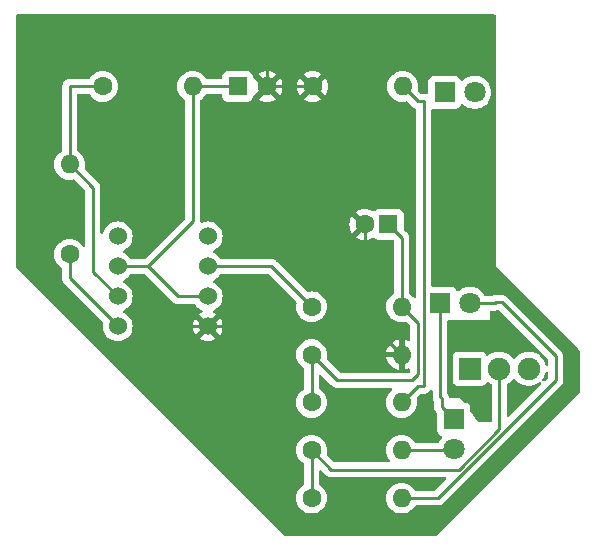
<source format=gbr>
%TF.GenerationSoftware,KiCad,Pcbnew,7.0.2*%
%TF.CreationDate,2023-05-19T20:53:45+09:00*%
%TF.ProjectId,555_practice,3535355f-7072-4616-9374-6963652e6b69,rev?*%
%TF.SameCoordinates,Original*%
%TF.FileFunction,Copper,L1,Top*%
%TF.FilePolarity,Positive*%
%FSLAX46Y46*%
G04 Gerber Fmt 4.6, Leading zero omitted, Abs format (unit mm)*
G04 Created by KiCad (PCBNEW 7.0.2) date 2023-05-19 20:53:45*
%MOMM*%
%LPD*%
G01*
G04 APERTURE LIST*
%TA.AperFunction,ComponentPad*%
%ADD10R,1.600000X1.600000*%
%TD*%
%TA.AperFunction,ComponentPad*%
%ADD11C,1.600000*%
%TD*%
%TA.AperFunction,ComponentPad*%
%ADD12C,1.524000*%
%TD*%
%TA.AperFunction,ComponentPad*%
%ADD13O,1.600000X1.600000*%
%TD*%
%TA.AperFunction,ComponentPad*%
%ADD14R,1.800000X1.800000*%
%TD*%
%TA.AperFunction,ComponentPad*%
%ADD15C,1.800000*%
%TD*%
%TA.AperFunction,ComponentPad*%
%ADD16R,1.900000X1.900000*%
%TD*%
%TA.AperFunction,ComponentPad*%
%ADD17C,1.900000*%
%TD*%
%TA.AperFunction,Conductor*%
%ADD18C,0.250000*%
%TD*%
G04 APERTURE END LIST*
D10*
%TO.P,C2,1*%
%TO.N,Net-(U1-THRES)*%
X83820000Y-96520000D03*
D11*
%TO.P,C2,2*%
%TO.N,GND*%
X86320000Y-96520000D03*
%TD*%
D12*
%TO.P,U1,1,GND*%
%TO.N,GND*%
X81280000Y-116840000D03*
%TO.P,U1,2,TRIG*%
%TO.N,Net-(U1-THRES)*%
X81280000Y-114300000D03*
%TO.P,U1,3,OUT*%
%TO.N,Net-(U1-OUT)*%
X81280000Y-111760000D03*
%TO.P,U1,4,~RESET*%
%TO.N,VCC*%
X81280000Y-109220000D03*
%TO.P,U1,5,CV*%
%TO.N,unconnected-(U1-CV-Pad5)*%
X73660000Y-109220000D03*
%TO.P,U1,6,THRES*%
%TO.N,Net-(U1-THRES)*%
X73660000Y-111760000D03*
%TO.P,U1,7,DIS*%
%TO.N,Net-(U1-DIS)*%
X73660000Y-114300000D03*
%TO.P,U1,8,VDD*%
%TO.N,VCC*%
X73660000Y-116840000D03*
%TD*%
D11*
%TO.P,R1,1*%
%TO.N,VCC*%
X69596000Y-110744000D03*
D13*
%TO.P,R1,2*%
%TO.N,Net-(U1-DIS)*%
X69596000Y-103124000D03*
%TD*%
D11*
%TO.P,R2,1*%
%TO.N,Net-(U1-DIS)*%
X72390000Y-96520000D03*
D13*
%TO.P,R2,2*%
%TO.N,Net-(U1-THRES)*%
X80010000Y-96520000D03*
%TD*%
D11*
%TO.P,Q1,1,E*%
%TO.N,GND*%
X90170000Y-96520000D03*
D13*
%TO.P,Q1,2,B*%
%TO.N,Net-(Q1-B)*%
X97790000Y-96520000D03*
%TD*%
D11*
%TO.P,R5,1*%
%TO.N,Net-(C1-Pad1)*%
X90076200Y-123273000D03*
D13*
%TO.P,R5,2*%
%TO.N,Net-(Q1-B)*%
X97696200Y-123273000D03*
%TD*%
D11*
%TO.P,R4,1*%
%TO.N,Net-(C1-Pad1)*%
X90076200Y-119223000D03*
D13*
%TO.P,R4,2*%
%TO.N,GND*%
X97696200Y-119223000D03*
%TD*%
D14*
%TO.P,BAT1,1*%
%TO.N,N/C*%
X101341000Y-97028000D03*
D15*
%TO.P,BAT1,2*%
X103881000Y-97028000D03*
%TD*%
D11*
%TO.P,R6,1*%
%TO.N,VCC*%
X90076200Y-127323000D03*
D13*
%TO.P,R6,2*%
%TO.N,Net-(D1-A)*%
X97696200Y-127323000D03*
%TD*%
D10*
%TO.P,C1,1*%
%TO.N,Net-(C1-Pad1)*%
X96580888Y-108204000D03*
D11*
%TO.P,C1,2*%
%TO.N,GND*%
X94580888Y-108204000D03*
%TD*%
%TO.P,R3,1*%
%TO.N,Net-(U1-OUT)*%
X90076200Y-115173000D03*
D13*
%TO.P,R3,2*%
%TO.N,Net-(C1-Pad1)*%
X97696200Y-115173000D03*
%TD*%
D14*
%TO.P,D1,1,K*%
%TO.N,Net-(D1-K)*%
X102108000Y-124709000D03*
D15*
%TO.P,D1,2,A*%
%TO.N,Net-(D1-A)*%
X102108000Y-127249000D03*
%TD*%
D11*
%TO.P,R7,1*%
%TO.N,VCC*%
X90076200Y-131373000D03*
D13*
%TO.P,R7,2*%
%TO.N,Net-(D2-A)*%
X97696200Y-131373000D03*
%TD*%
D14*
%TO.P,D2,1,K*%
%TO.N,Net-(D1-K)*%
X100946200Y-114873000D03*
D15*
%TO.P,D2,2,A*%
%TO.N,Net-(D2-A)*%
X103486200Y-114873000D03*
%TD*%
D16*
%TO.P,S1,1*%
%TO.N,unconnected-(S1-Pad1)*%
X103466200Y-120423000D03*
D17*
%TO.P,S1,2*%
%TO.N,VCC*%
X105966200Y-120423000D03*
%TO.P,S1,3*%
%TO.N,Net-(BAT1-PadNeg)*%
X108466200Y-120423000D03*
%TD*%
D18*
%TO.N,Net-(C1-Pad1)*%
X97696200Y-115173000D02*
X97696200Y-109319312D01*
X99060000Y-116536800D02*
X97696200Y-115173000D01*
X98552000Y-121412000D02*
X99060000Y-120904000D01*
X99060000Y-120904000D02*
X99060000Y-116536800D01*
X92265200Y-121412000D02*
X98552000Y-121412000D01*
X97696200Y-109319312D02*
X96580888Y-108204000D01*
X90076200Y-123273000D02*
X90076200Y-119223000D01*
X90076200Y-119223000D02*
X92265200Y-121412000D01*
%TO.N,GND*%
X86280000Y-90932000D02*
X66040000Y-90932000D01*
X86320000Y-96520000D02*
X90170000Y-96520000D01*
X95313200Y-116840000D02*
X97696200Y-119223000D01*
X86320000Y-90892000D02*
X86280000Y-90932000D01*
X66040000Y-111760000D02*
X73660000Y-119380000D01*
X86320000Y-96520000D02*
X86320000Y-90892000D01*
X66040000Y-90932000D02*
X66040000Y-111760000D01*
X73660000Y-119380000D02*
X76200000Y-116840000D01*
X94580888Y-116424888D02*
X94580888Y-108204000D01*
X86360000Y-116840000D02*
X94996000Y-116840000D01*
X76200000Y-116840000D02*
X81280000Y-116840000D01*
X94996000Y-116840000D02*
X94580888Y-116424888D01*
X94996000Y-116840000D02*
X95313200Y-116840000D01*
X86360000Y-116840000D02*
X81280000Y-116840000D01*
%TO.N,Net-(U1-THRES)*%
X78740000Y-114300000D02*
X81280000Y-114300000D01*
X76200000Y-111760000D02*
X78740000Y-114300000D01*
X80010000Y-107950000D02*
X80010000Y-96520000D01*
X76200000Y-111760000D02*
X80010000Y-107950000D01*
X80010000Y-96520000D02*
X83820000Y-96520000D01*
X73660000Y-111760000D02*
X76200000Y-111760000D01*
%TO.N,Net-(D1-K)*%
X100946200Y-122790200D02*
X100946200Y-114873000D01*
X102108000Y-124709000D02*
X101092000Y-123693000D01*
X101092000Y-122936000D02*
X100946200Y-122790200D01*
X101092000Y-123693000D02*
X101092000Y-122936000D01*
%TO.N,Net-(D1-A)*%
X97696200Y-127323000D02*
X102034000Y-127323000D01*
X102034000Y-127323000D02*
X102108000Y-127249000D01*
%TO.N,Net-(D2-A)*%
X100783000Y-131373000D02*
X110744000Y-121412000D01*
X110744000Y-121412000D02*
X110744000Y-119380000D01*
X110744000Y-119380000D02*
X106172000Y-114808000D01*
X105599000Y-114873000D02*
X103486200Y-114873000D01*
X97696200Y-131373000D02*
X100783000Y-131373000D01*
X105664000Y-114808000D02*
X105599000Y-114873000D01*
X106172000Y-114808000D02*
X105664000Y-114808000D01*
%TO.N,Net-(Q1-B)*%
X99568000Y-97790000D02*
X99060000Y-97790000D01*
X99060000Y-97790000D02*
X97790000Y-96520000D01*
X99049200Y-121920000D02*
X97696200Y-123273000D01*
X99568000Y-121920000D02*
X99568000Y-97790000D01*
X99568000Y-121920000D02*
X99049200Y-121920000D01*
%TO.N,VCC*%
X69596000Y-112776000D02*
X73660000Y-116840000D01*
X69596000Y-110744000D02*
X69596000Y-112776000D01*
X102551802Y-128967802D02*
X91721002Y-128967802D01*
X105966200Y-125553404D02*
X102551802Y-128967802D01*
X105966200Y-120423000D02*
X105966200Y-125553404D01*
X90076200Y-131373000D02*
X90076200Y-127323000D01*
X91721002Y-128967802D02*
X90076200Y-127323000D01*
%TO.N,Net-(U1-DIS)*%
X73660000Y-114300000D02*
X71561009Y-112201009D01*
X69596000Y-96520000D02*
X69596000Y-103124000D01*
X71561009Y-112201009D02*
X71561009Y-105089009D01*
X72390000Y-96520000D02*
X69596000Y-96520000D01*
X71561009Y-105089009D02*
X69596000Y-103124000D01*
%TO.N,Net-(U1-OUT)*%
X86663200Y-111760000D02*
X90076200Y-115173000D01*
X81280000Y-111760000D02*
X86663200Y-111760000D01*
%TD*%
%TA.AperFunction,Conductor*%
%TO.N,GND*%
G36*
X105607039Y-90443685D02*
G01*
X105652794Y-90496489D01*
X105664000Y-90548000D01*
X105664000Y-111760000D01*
X112739680Y-118835680D01*
X112773165Y-118897003D01*
X112775999Y-118923361D01*
X112776000Y-122376638D01*
X112756315Y-122443677D01*
X112739681Y-122464319D01*
X100620319Y-134583681D01*
X100558996Y-134617166D01*
X100532638Y-134620000D01*
X87936070Y-134620000D01*
X87869031Y-134600315D01*
X87848389Y-134583681D01*
X84637708Y-131373000D01*
X88770731Y-131373000D01*
X88790564Y-131599689D01*
X88849461Y-131819497D01*
X88945632Y-132025735D01*
X89076153Y-132212140D01*
X89237059Y-132373046D01*
X89423464Y-132503567D01*
X89423465Y-132503567D01*
X89423466Y-132503568D01*
X89629704Y-132599739D01*
X89849508Y-132658635D01*
X90076200Y-132678468D01*
X90302892Y-132658635D01*
X90522696Y-132599739D01*
X90728934Y-132503568D01*
X90915339Y-132373047D01*
X91076247Y-132212139D01*
X91206768Y-132025734D01*
X91302939Y-131819496D01*
X91361835Y-131599692D01*
X91381668Y-131373000D01*
X91361835Y-131146308D01*
X91302939Y-130926504D01*
X91206768Y-130720266D01*
X91076247Y-130533861D01*
X91076246Y-130533859D01*
X90915340Y-130372953D01*
X90754576Y-130260386D01*
X90710951Y-130205809D01*
X90701699Y-130158811D01*
X90701699Y-129532957D01*
X90701699Y-129132449D01*
X90721384Y-129065413D01*
X90774188Y-129019658D01*
X90843346Y-129009714D01*
X90906902Y-129038739D01*
X90913380Y-129044771D01*
X91220198Y-129351589D01*
X91233098Y-129367690D01*
X91284225Y-129415702D01*
X91287022Y-129418413D01*
X91306531Y-129437922D01*
X91309711Y-129440389D01*
X91318573Y-129447957D01*
X91350420Y-129477864D01*
X91367972Y-129487513D01*
X91384240Y-129498199D01*
X91400066Y-129510475D01*
X91440148Y-129527819D01*
X91450635Y-129532957D01*
X91488909Y-129553999D01*
X91497412Y-129556181D01*
X91508310Y-129558980D01*
X91526715Y-129565280D01*
X91545106Y-129573239D01*
X91588252Y-129580072D01*
X91599670Y-129582437D01*
X91641983Y-129593302D01*
X91662018Y-129593302D01*
X91681417Y-129594829D01*
X91701198Y-129597962D01*
X91744676Y-129593852D01*
X91756346Y-129593302D01*
X101378745Y-129593302D01*
X101445784Y-129612987D01*
X101491539Y-129665791D01*
X101501483Y-129734949D01*
X101472458Y-129798505D01*
X101466426Y-129804983D01*
X100560228Y-130711181D01*
X100498905Y-130744666D01*
X100472547Y-130747500D01*
X98910388Y-130747500D01*
X98843349Y-130727815D01*
X98808813Y-130694623D01*
X98696246Y-130533859D01*
X98535340Y-130372953D01*
X98348935Y-130242432D01*
X98142697Y-130146261D01*
X97922889Y-130087364D01*
X97696200Y-130067531D01*
X97469510Y-130087364D01*
X97249702Y-130146261D01*
X97043464Y-130242432D01*
X96857059Y-130372953D01*
X96696153Y-130533859D01*
X96565632Y-130720264D01*
X96469461Y-130926502D01*
X96410564Y-131146310D01*
X96390731Y-131373000D01*
X96410564Y-131599689D01*
X96469461Y-131819497D01*
X96565632Y-132025735D01*
X96696153Y-132212140D01*
X96857059Y-132373046D01*
X97043464Y-132503567D01*
X97043465Y-132503567D01*
X97043466Y-132503568D01*
X97249704Y-132599739D01*
X97469508Y-132658635D01*
X97696200Y-132678468D01*
X97922892Y-132658635D01*
X98142696Y-132599739D01*
X98348934Y-132503568D01*
X98535339Y-132373047D01*
X98696247Y-132212139D01*
X98808812Y-132051377D01*
X98863389Y-132007752D01*
X98910388Y-131998500D01*
X100700256Y-131998500D01*
X100720762Y-132000764D01*
X100723665Y-132000672D01*
X100723667Y-132000673D01*
X100790872Y-131998561D01*
X100794768Y-131998500D01*
X100818448Y-131998500D01*
X100822350Y-131998500D01*
X100826313Y-131997999D01*
X100837962Y-131997080D01*
X100881627Y-131995709D01*
X100900859Y-131990120D01*
X100919918Y-131986174D01*
X100926196Y-131985381D01*
X100939792Y-131983664D01*
X100980407Y-131967582D01*
X100991444Y-131963803D01*
X101033390Y-131951618D01*
X101050629Y-131941422D01*
X101068102Y-131932862D01*
X101086732Y-131925486D01*
X101122064Y-131899814D01*
X101131830Y-131893400D01*
X101169418Y-131871171D01*
X101169417Y-131871171D01*
X101169420Y-131871170D01*
X101183585Y-131857004D01*
X101198373Y-131844373D01*
X101214587Y-131832594D01*
X101242438Y-131798926D01*
X101250279Y-131790309D01*
X111127789Y-121912800D01*
X111143885Y-121899906D01*
X111145873Y-121897787D01*
X111145877Y-121897786D01*
X111191949Y-121848723D01*
X111194534Y-121846055D01*
X111214120Y-121826471D01*
X111216585Y-121823292D01*
X111224167Y-121814416D01*
X111241661Y-121795787D01*
X111254062Y-121782582D01*
X111263717Y-121765018D01*
X111274394Y-121748764D01*
X111286673Y-121732936D01*
X111304018Y-121692852D01*
X111309160Y-121682356D01*
X111330197Y-121644092D01*
X111335179Y-121624684D01*
X111341481Y-121606280D01*
X111349437Y-121587896D01*
X111356269Y-121544752D01*
X111358633Y-121533338D01*
X111369500Y-121491019D01*
X111369500Y-121470982D01*
X111371027Y-121451584D01*
X111371065Y-121451346D01*
X111374160Y-121431804D01*
X111370050Y-121388324D01*
X111369500Y-121376655D01*
X111369500Y-120423000D01*
X111369500Y-119462728D01*
X111371763Y-119442242D01*
X111369560Y-119372144D01*
X111369499Y-119368244D01*
X111369499Y-119365516D01*
X111369500Y-119340650D01*
X111368998Y-119336681D01*
X111368080Y-119325024D01*
X111366709Y-119281372D01*
X111361119Y-119262134D01*
X111357174Y-119243082D01*
X111354664Y-119223208D01*
X111347268Y-119204528D01*
X111338578Y-119182581D01*
X111334805Y-119171560D01*
X111322617Y-119129610D01*
X111312421Y-119112369D01*
X111303863Y-119094902D01*
X111296486Y-119076268D01*
X111270798Y-119040912D01*
X111264409Y-119031184D01*
X111242170Y-118993579D01*
X111228006Y-118979415D01*
X111215369Y-118964620D01*
X111203595Y-118948414D01*
X111203594Y-118948413D01*
X111169935Y-118920568D01*
X111161305Y-118912714D01*
X106672802Y-114424211D01*
X106659906Y-114408113D01*
X106608775Y-114360098D01*
X106605978Y-114357387D01*
X106589227Y-114340636D01*
X106586471Y-114337880D01*
X106583290Y-114335412D01*
X106574422Y-114327837D01*
X106542582Y-114297938D01*
X106525024Y-114288285D01*
X106508764Y-114277604D01*
X106492936Y-114265327D01*
X106452851Y-114247980D01*
X106442361Y-114242841D01*
X106404091Y-114221802D01*
X106384691Y-114216821D01*
X106366284Y-114210519D01*
X106347897Y-114202562D01*
X106304758Y-114195729D01*
X106293324Y-114193361D01*
X106251019Y-114182500D01*
X106230984Y-114182500D01*
X106211586Y-114180973D01*
X106204162Y-114179797D01*
X106191805Y-114177840D01*
X106191804Y-114177840D01*
X106166468Y-114180235D01*
X106148325Y-114181950D01*
X106136656Y-114182500D01*
X105746744Y-114182500D01*
X105726237Y-114180235D01*
X105656127Y-114182439D01*
X105652232Y-114182500D01*
X105624650Y-114182500D01*
X105620805Y-114182985D01*
X105620780Y-114182987D01*
X105620653Y-114183004D01*
X105609033Y-114183918D01*
X105565369Y-114185290D01*
X105546129Y-114190880D01*
X105527081Y-114194825D01*
X105507209Y-114197335D01*
X105466599Y-114213413D01*
X105455554Y-114217194D01*
X105413613Y-114229380D01*
X105413609Y-114229382D01*
X105413610Y-114229382D01*
X105412169Y-114230233D01*
X105349052Y-114247500D01*
X104817550Y-114247500D01*
X104750511Y-114227815D01*
X104713743Y-114191323D01*
X104595179Y-114009847D01*
X104437984Y-113839087D01*
X104254826Y-113696530D01*
X104050703Y-113586064D01*
X104050699Y-113586062D01*
X104050698Y-113586062D01*
X103831184Y-113510702D01*
X103640656Y-113478909D01*
X103602249Y-113472500D01*
X103370151Y-113472500D01*
X103331744Y-113478909D01*
X103141215Y-113510702D01*
X102921701Y-113586062D01*
X102717572Y-113696531D01*
X102534413Y-113839089D01*
X102526063Y-113848160D01*
X102466175Y-113884148D01*
X102396337Y-113882046D01*
X102338722Y-113842520D01*
X102318655Y-113807510D01*
X102289996Y-113730669D01*
X102203746Y-113615454D01*
X102088531Y-113529204D01*
X101953683Y-113478909D01*
X101894073Y-113472500D01*
X101890751Y-113472500D01*
X100317500Y-113472500D01*
X100250461Y-113452815D01*
X100204706Y-113400011D01*
X100193500Y-113348500D01*
X100193500Y-98545083D01*
X100213185Y-98478044D01*
X100265989Y-98432289D01*
X100330756Y-98421794D01*
X100333516Y-98422090D01*
X100333517Y-98422091D01*
X100393127Y-98428500D01*
X102288872Y-98428499D01*
X102348483Y-98422091D01*
X102483331Y-98371796D01*
X102598546Y-98285546D01*
X102684796Y-98170331D01*
X102713455Y-98093491D01*
X102755325Y-98037559D01*
X102820789Y-98013141D01*
X102889062Y-98027992D01*
X102920864Y-98052840D01*
X102929216Y-98061913D01*
X103112374Y-98204470D01*
X103316497Y-98314936D01*
X103418673Y-98350013D01*
X103536015Y-98390297D01*
X103536017Y-98390297D01*
X103536019Y-98390298D01*
X103764951Y-98428500D01*
X103764952Y-98428500D01*
X103997048Y-98428500D01*
X103997049Y-98428500D01*
X104225981Y-98390298D01*
X104445503Y-98314936D01*
X104649626Y-98204470D01*
X104832784Y-98061913D01*
X104989979Y-97891153D01*
X105116924Y-97696849D01*
X105210157Y-97484300D01*
X105267134Y-97259305D01*
X105286300Y-97028000D01*
X105267134Y-96796695D01*
X105210157Y-96571700D01*
X105116924Y-96359151D01*
X104989979Y-96164847D01*
X104832784Y-95994087D01*
X104649626Y-95851530D01*
X104445503Y-95741064D01*
X104445499Y-95741062D01*
X104445498Y-95741062D01*
X104225984Y-95665702D01*
X104035456Y-95633909D01*
X103997049Y-95627500D01*
X103764951Y-95627500D01*
X103726544Y-95633909D01*
X103536015Y-95665702D01*
X103316501Y-95741062D01*
X103112372Y-95851531D01*
X102929213Y-95994089D01*
X102920863Y-96003160D01*
X102860975Y-96039148D01*
X102791137Y-96037046D01*
X102733522Y-95997520D01*
X102713455Y-95962510D01*
X102684796Y-95885669D01*
X102598546Y-95770454D01*
X102483331Y-95684204D01*
X102348483Y-95633909D01*
X102288873Y-95627500D01*
X102285550Y-95627500D01*
X100396439Y-95627500D01*
X100396420Y-95627500D01*
X100393128Y-95627501D01*
X100389848Y-95627853D01*
X100389840Y-95627854D01*
X100333515Y-95633909D01*
X100198669Y-95684204D01*
X100083454Y-95770454D01*
X99997204Y-95885668D01*
X99946909Y-96020516D01*
X99943878Y-96048712D01*
X99940500Y-96080127D01*
X99940500Y-96083449D01*
X99940500Y-97078600D01*
X99920815Y-97145639D01*
X99868011Y-97191394D01*
X99798853Y-97201338D01*
X99763706Y-97190800D01*
X99762825Y-97190385D01*
X99708356Y-97179994D01*
X99700759Y-97178296D01*
X99647021Y-97164500D01*
X99647019Y-97164500D01*
X99638849Y-97164500D01*
X99615615Y-97162304D01*
X99607587Y-97160772D01*
X99552241Y-97164255D01*
X99544455Y-97164500D01*
X99370453Y-97164500D01*
X99303414Y-97144815D01*
X99282772Y-97128181D01*
X99089413Y-96934822D01*
X99055928Y-96873499D01*
X99057319Y-96815047D01*
X99062235Y-96796700D01*
X99075635Y-96746692D01*
X99095468Y-96520000D01*
X99092004Y-96480412D01*
X99083189Y-96379650D01*
X99075635Y-96293308D01*
X99016739Y-96073504D01*
X98920568Y-95867266D01*
X98909551Y-95851531D01*
X98790046Y-95680859D01*
X98629140Y-95519953D01*
X98442735Y-95389432D01*
X98236497Y-95293261D01*
X98016689Y-95234364D01*
X97790000Y-95214531D01*
X97563310Y-95234364D01*
X97343502Y-95293261D01*
X97137264Y-95389432D01*
X96950859Y-95519953D01*
X96789953Y-95680859D01*
X96659432Y-95867264D01*
X96563261Y-96073502D01*
X96504364Y-96293310D01*
X96484531Y-96519999D01*
X96504364Y-96746689D01*
X96563261Y-96966497D01*
X96659432Y-97172735D01*
X96789953Y-97359140D01*
X96950859Y-97520046D01*
X97137264Y-97650567D01*
X97137265Y-97650567D01*
X97137266Y-97650568D01*
X97343504Y-97746739D01*
X97563308Y-97805635D01*
X97790000Y-97825468D01*
X98016692Y-97805635D01*
X98085047Y-97787319D01*
X98154897Y-97788982D01*
X98204822Y-97819413D01*
X98559196Y-98173787D01*
X98572096Y-98189888D01*
X98623223Y-98237900D01*
X98626020Y-98240611D01*
X98645529Y-98260120D01*
X98648709Y-98262587D01*
X98657571Y-98270155D01*
X98673959Y-98285545D01*
X98689418Y-98300062D01*
X98706970Y-98309711D01*
X98723238Y-98320397D01*
X98739064Y-98332673D01*
X98779146Y-98350017D01*
X98789633Y-98355155D01*
X98827907Y-98376197D01*
X98836410Y-98378379D01*
X98847308Y-98381178D01*
X98865733Y-98387487D01*
X98867571Y-98388282D01*
X98867766Y-98388367D01*
X98921466Y-98433066D01*
X98942476Y-98499702D01*
X98942500Y-98502160D01*
X98942500Y-114292268D01*
X98922815Y-114359307D01*
X98870011Y-114405062D01*
X98800853Y-114415006D01*
X98737297Y-114385981D01*
X98716925Y-114363392D01*
X98699061Y-114337880D01*
X98696247Y-114333861D01*
X98696245Y-114333859D01*
X98696244Y-114333857D01*
X98535340Y-114172953D01*
X98374577Y-114060387D01*
X98330952Y-114005811D01*
X98321700Y-113958812D01*
X98321700Y-109402051D01*
X98323963Y-109381550D01*
X98322473Y-109334134D01*
X98321761Y-109311455D01*
X98321700Y-109307561D01*
X98321700Y-109283856D01*
X98321700Y-109279962D01*
X98321198Y-109275993D01*
X98320280Y-109264336D01*
X98318909Y-109220684D01*
X98313319Y-109201446D01*
X98309374Y-109182394D01*
X98306864Y-109162520D01*
X98306864Y-109162519D01*
X98290778Y-109121893D01*
X98287005Y-109110872D01*
X98274817Y-109068922D01*
X98264621Y-109051681D01*
X98256063Y-109034214D01*
X98248686Y-109015580D01*
X98222998Y-108980224D01*
X98216609Y-108970496D01*
X98194370Y-108932891D01*
X98180206Y-108918727D01*
X98167569Y-108903932D01*
X98155795Y-108887726D01*
X98155794Y-108887725D01*
X98122135Y-108859880D01*
X98113505Y-108852026D01*
X97917706Y-108656227D01*
X97884221Y-108594904D01*
X97881387Y-108568546D01*
X97881387Y-107359439D01*
X97881387Y-107356128D01*
X97874979Y-107296517D01*
X97824684Y-107161669D01*
X97738434Y-107046454D01*
X97623219Y-106960204D01*
X97488371Y-106909909D01*
X97428761Y-106903500D01*
X97425438Y-106903500D01*
X95736327Y-106903500D01*
X95736308Y-106903500D01*
X95733016Y-106903501D01*
X95729736Y-106903853D01*
X95729728Y-106903854D01*
X95673403Y-106909909D01*
X95538557Y-106960204D01*
X95423339Y-107046455D01*
X95416533Y-107055548D01*
X95360599Y-107097418D01*
X95290907Y-107102401D01*
X95246146Y-107082811D01*
X95233371Y-107073866D01*
X95027214Y-106977733D01*
X94807490Y-106918858D01*
X94580887Y-106899033D01*
X94354285Y-106918858D01*
X94134560Y-106977733D01*
X93928404Y-107073865D01*
X93855414Y-107124973D01*
X94536487Y-107806046D01*
X94455740Y-107818835D01*
X94342843Y-107876359D01*
X94253247Y-107965955D01*
X94195723Y-108078852D01*
X94182934Y-108159599D01*
X93501861Y-107478526D01*
X93501861Y-107478527D01*
X93450753Y-107551516D01*
X93354621Y-107757672D01*
X93295746Y-107977397D01*
X93275921Y-108204000D01*
X93295746Y-108430602D01*
X93354621Y-108650326D01*
X93450754Y-108856484D01*
X93501860Y-108929471D01*
X93501862Y-108929472D01*
X94182934Y-108248399D01*
X94195723Y-108329148D01*
X94253247Y-108442045D01*
X94342843Y-108531641D01*
X94455740Y-108589165D01*
X94536485Y-108601953D01*
X93855414Y-109283025D01*
X93855414Y-109283026D01*
X93928403Y-109334133D01*
X94134561Y-109430266D01*
X94354285Y-109489141D01*
X94580887Y-109508966D01*
X94807490Y-109489141D01*
X95027214Y-109430266D01*
X95233369Y-109334134D01*
X95246143Y-109325190D01*
X95312349Y-109302862D01*
X95380116Y-109319871D01*
X95416534Y-109352452D01*
X95423342Y-109361546D01*
X95538557Y-109447796D01*
X95673405Y-109498091D01*
X95733015Y-109504500D01*
X96945433Y-109504499D01*
X97012472Y-109524184D01*
X97033080Y-109540783D01*
X97034347Y-109542049D01*
X97067856Y-109603359D01*
X97070700Y-109629765D01*
X97070700Y-113958812D01*
X97051015Y-114025851D01*
X97017823Y-114060387D01*
X96857059Y-114172953D01*
X96696153Y-114333859D01*
X96565632Y-114520264D01*
X96469461Y-114726502D01*
X96410564Y-114946310D01*
X96390731Y-115172999D01*
X96410564Y-115399689D01*
X96469461Y-115619497D01*
X96565632Y-115825735D01*
X96696153Y-116012140D01*
X96857059Y-116173046D01*
X97043464Y-116303567D01*
X97043465Y-116303567D01*
X97043466Y-116303568D01*
X97249704Y-116399739D01*
X97469508Y-116458635D01*
X97696200Y-116478468D01*
X97922892Y-116458635D01*
X97991247Y-116440319D01*
X98061097Y-116441982D01*
X98111022Y-116472413D01*
X98398181Y-116759571D01*
X98431666Y-116820894D01*
X98434500Y-116847252D01*
X98434500Y-117938241D01*
X98414815Y-118005280D01*
X98362011Y-118051035D01*
X98292853Y-118060979D01*
X98258096Y-118050623D01*
X98142529Y-117996734D01*
X97946200Y-117944126D01*
X97946200Y-118907313D01*
X97934245Y-118895359D01*
X97821348Y-118837835D01*
X97727681Y-118823000D01*
X97664719Y-118823000D01*
X97571052Y-118837835D01*
X97458155Y-118895359D01*
X97446199Y-118907314D01*
X97446199Y-117944127D01*
X97446199Y-117944126D01*
X97249873Y-117996733D01*
X97043719Y-118092865D01*
X96857380Y-118223341D01*
X96696541Y-118384180D01*
X96566065Y-118570519D01*
X96469933Y-118776673D01*
X96417328Y-118972999D01*
X96417328Y-118973000D01*
X97380514Y-118973000D01*
X97368559Y-118984955D01*
X97311035Y-119097852D01*
X97291214Y-119223000D01*
X97311035Y-119348148D01*
X97368559Y-119461045D01*
X97380514Y-119473000D01*
X96417328Y-119473000D01*
X96469933Y-119669326D01*
X96566065Y-119875480D01*
X96696541Y-120061819D01*
X96857380Y-120222658D01*
X97043719Y-120353134D01*
X97249873Y-120449266D01*
X97446199Y-120501871D01*
X97446200Y-120501871D01*
X97446200Y-119538685D01*
X97458155Y-119550641D01*
X97571052Y-119608165D01*
X97664719Y-119623000D01*
X97727681Y-119623000D01*
X97821348Y-119608165D01*
X97934245Y-119550641D01*
X97946200Y-119538686D01*
X97946200Y-120501871D01*
X98142525Y-120449266D01*
X98258095Y-120395375D01*
X98327172Y-120384883D01*
X98390956Y-120413402D01*
X98429196Y-120471879D01*
X98434500Y-120507757D01*
X98434500Y-120593545D01*
X98414815Y-120660584D01*
X98398182Y-120681226D01*
X98329228Y-120750181D01*
X98267905Y-120783666D01*
X98241546Y-120786500D01*
X92575653Y-120786500D01*
X92508614Y-120766815D01*
X92487972Y-120750181D01*
X91375613Y-119637822D01*
X91342128Y-119576499D01*
X91343519Y-119518047D01*
X91361835Y-119449692D01*
X91381668Y-119223000D01*
X91361835Y-118996308D01*
X91302939Y-118776504D01*
X91206768Y-118570266D01*
X91076471Y-118384180D01*
X91076246Y-118383859D01*
X90915340Y-118222953D01*
X90728935Y-118092432D01*
X90522697Y-117996261D01*
X90302889Y-117937364D01*
X90076199Y-117917531D01*
X89849510Y-117937364D01*
X89629702Y-117996261D01*
X89423464Y-118092432D01*
X89237059Y-118222953D01*
X89076153Y-118383859D01*
X88945632Y-118570264D01*
X88849461Y-118776502D01*
X88790564Y-118996310D01*
X88770731Y-119222999D01*
X88790564Y-119449689D01*
X88849461Y-119669497D01*
X88945632Y-119875735D01*
X89076153Y-120062140D01*
X89237059Y-120223046D01*
X89397823Y-120335613D01*
X89441448Y-120390189D01*
X89450700Y-120437188D01*
X89450700Y-122058812D01*
X89431015Y-122125851D01*
X89397823Y-122160387D01*
X89237059Y-122272953D01*
X89076153Y-122433859D01*
X88945632Y-122620264D01*
X88849461Y-122826502D01*
X88790564Y-123046310D01*
X88770731Y-123273000D01*
X88790564Y-123499689D01*
X88849461Y-123719497D01*
X88945632Y-123925735D01*
X89076153Y-124112140D01*
X89237059Y-124273046D01*
X89423464Y-124403567D01*
X89423465Y-124403567D01*
X89423466Y-124403568D01*
X89629704Y-124499739D01*
X89849508Y-124558635D01*
X90076200Y-124578468D01*
X90302892Y-124558635D01*
X90522696Y-124499739D01*
X90728934Y-124403568D01*
X90915339Y-124273047D01*
X91076247Y-124112139D01*
X91206768Y-123925734D01*
X91302939Y-123719496D01*
X91361835Y-123499692D01*
X91381668Y-123273000D01*
X91361835Y-123046308D01*
X91302939Y-122826504D01*
X91206768Y-122620266D01*
X91183592Y-122587166D01*
X91076246Y-122433859D01*
X90915340Y-122272953D01*
X90754576Y-122160386D01*
X90710951Y-122105809D01*
X90701699Y-122058811D01*
X90701699Y-121431804D01*
X90701699Y-121032448D01*
X90721384Y-120965412D01*
X90774188Y-120919657D01*
X90843346Y-120909713D01*
X90906902Y-120938738D01*
X90913377Y-120944767D01*
X91341120Y-121372511D01*
X91764396Y-121795787D01*
X91777296Y-121811888D01*
X91828423Y-121859900D01*
X91831220Y-121862611D01*
X91850729Y-121882120D01*
X91853909Y-121884587D01*
X91862771Y-121892155D01*
X91871494Y-121900347D01*
X91894618Y-121922062D01*
X91912170Y-121931711D01*
X91928438Y-121942397D01*
X91944264Y-121954673D01*
X91984346Y-121972017D01*
X91994833Y-121977155D01*
X92033107Y-121998197D01*
X92036309Y-121999019D01*
X92052508Y-122003178D01*
X92070913Y-122009478D01*
X92089304Y-122017437D01*
X92132450Y-122024270D01*
X92143868Y-122026635D01*
X92186181Y-122037500D01*
X92206217Y-122037500D01*
X92225614Y-122039026D01*
X92245396Y-122042160D01*
X92285920Y-122038328D01*
X92288872Y-122038050D01*
X92300542Y-122037500D01*
X96800045Y-122037500D01*
X96867084Y-122057185D01*
X96912839Y-122109989D01*
X96922783Y-122179147D01*
X96893758Y-122242703D01*
X96871167Y-122263076D01*
X96857058Y-122272954D01*
X96696153Y-122433859D01*
X96565632Y-122620264D01*
X96469461Y-122826502D01*
X96410564Y-123046310D01*
X96390731Y-123273000D01*
X96410564Y-123499689D01*
X96469461Y-123719497D01*
X96565632Y-123925735D01*
X96696153Y-124112140D01*
X96857059Y-124273046D01*
X97043464Y-124403567D01*
X97043465Y-124403567D01*
X97043466Y-124403568D01*
X97249704Y-124499739D01*
X97469508Y-124558635D01*
X97696200Y-124578468D01*
X97922892Y-124558635D01*
X98142696Y-124499739D01*
X98348934Y-124403568D01*
X98535339Y-124273047D01*
X98696247Y-124112139D01*
X98826768Y-123925734D01*
X98922939Y-123719496D01*
X98981835Y-123499692D01*
X99001668Y-123273000D01*
X98981835Y-123046308D01*
X98963519Y-122977951D01*
X98965182Y-122908102D01*
X98995613Y-122858177D01*
X99132646Y-122721145D01*
X99271971Y-122581819D01*
X99333295Y-122548334D01*
X99359653Y-122545500D01*
X99497151Y-122545500D01*
X99520385Y-122547696D01*
X99528412Y-122549227D01*
X99583759Y-122545745D01*
X99591545Y-122545500D01*
X99603458Y-122545500D01*
X99607350Y-122545500D01*
X99623042Y-122543517D01*
X99630738Y-122542788D01*
X99686138Y-122539304D01*
X99693902Y-122536781D01*
X99716676Y-122531689D01*
X99724792Y-122530664D01*
X99776396Y-122510231D01*
X99783671Y-122507612D01*
X99836441Y-122490467D01*
X99843337Y-122486090D01*
X99864132Y-122475494D01*
X99871732Y-122472486D01*
X99916624Y-122439869D01*
X99923026Y-122435517D01*
X99969877Y-122405786D01*
X99975461Y-122399838D01*
X99992979Y-122384394D01*
X99999587Y-122379594D01*
X99999588Y-122379591D01*
X99999590Y-122379591D01*
X100034938Y-122336861D01*
X100040080Y-122331027D01*
X100078062Y-122290582D01*
X100081999Y-122283418D01*
X100095120Y-122264112D01*
X100100324Y-122257823D01*
X100100324Y-122257821D01*
X100101165Y-122256806D01*
X100159070Y-122217705D01*
X100228921Y-122216116D01*
X100288543Y-122252545D01*
X100319005Y-122315424D01*
X100320700Y-122335857D01*
X100320700Y-122707456D01*
X100318435Y-122727966D01*
X100320639Y-122798072D01*
X100320700Y-122801967D01*
X100320700Y-122829550D01*
X100321188Y-122833419D01*
X100321189Y-122833425D01*
X100321204Y-122833543D01*
X100322118Y-122845167D01*
X100323490Y-122888826D01*
X100329079Y-122908060D01*
X100333025Y-122927116D01*
X100335535Y-122946992D01*
X100351614Y-122987604D01*
X100355397Y-122998651D01*
X100367582Y-123040591D01*
X100377780Y-123057835D01*
X100386336Y-123075300D01*
X100393714Y-123093932D01*
X100393715Y-123093933D01*
X100419380Y-123129259D01*
X100425793Y-123139021D01*
X100449230Y-123178649D01*
X100466499Y-123241772D01*
X100466499Y-123610256D01*
X100464235Y-123630763D01*
X100466439Y-123700872D01*
X100466500Y-123704767D01*
X100466500Y-123732350D01*
X100466988Y-123736219D01*
X100466989Y-123736225D01*
X100467004Y-123736343D01*
X100467918Y-123747967D01*
X100469290Y-123791626D01*
X100474879Y-123810860D01*
X100478825Y-123829916D01*
X100481335Y-123849792D01*
X100497414Y-123890404D01*
X100501197Y-123901451D01*
X100513382Y-123943391D01*
X100523580Y-123960635D01*
X100532136Y-123978100D01*
X100539514Y-123996732D01*
X100539515Y-123996733D01*
X100565180Y-124032059D01*
X100571593Y-124041822D01*
X100593826Y-124079416D01*
X100593829Y-124079419D01*
X100593830Y-124079420D01*
X100607995Y-124093585D01*
X100620627Y-124108375D01*
X100623362Y-124112140D01*
X100632406Y-124124587D01*
X100662540Y-124149515D01*
X100701647Y-124207413D01*
X100707500Y-124245059D01*
X100707500Y-125653560D01*
X100707500Y-125653578D01*
X100707501Y-125656872D01*
X100713909Y-125716483D01*
X100764204Y-125851331D01*
X100850454Y-125966546D01*
X100965669Y-126052796D01*
X101045905Y-126082722D01*
X101101839Y-126124593D01*
X101126256Y-126190058D01*
X101111404Y-126258331D01*
X101093802Y-126282886D01*
X100999021Y-126385847D01*
X100956705Y-126450615D01*
X100872074Y-126580153D01*
X100853144Y-126623310D01*
X100808188Y-126676796D01*
X100741452Y-126697486D01*
X100739588Y-126697500D01*
X98910388Y-126697500D01*
X98843349Y-126677815D01*
X98808813Y-126644623D01*
X98696246Y-126483859D01*
X98535340Y-126322953D01*
X98348935Y-126192432D01*
X98142697Y-126096261D01*
X97922889Y-126037364D01*
X97696200Y-126017531D01*
X97469510Y-126037364D01*
X97249702Y-126096261D01*
X97043464Y-126192432D01*
X96857059Y-126322953D01*
X96696153Y-126483859D01*
X96565632Y-126670264D01*
X96469461Y-126876502D01*
X96410564Y-127096310D01*
X96390731Y-127323000D01*
X96410564Y-127549689D01*
X96469461Y-127769497D01*
X96565632Y-127975735D01*
X96685677Y-128147179D01*
X96708004Y-128213386D01*
X96690993Y-128281153D01*
X96640045Y-128328965D01*
X96584102Y-128342302D01*
X92031455Y-128342302D01*
X91964416Y-128322617D01*
X91943774Y-128305983D01*
X91375613Y-127737822D01*
X91342128Y-127676499D01*
X91343519Y-127618047D01*
X91361835Y-127549692D01*
X91381668Y-127323000D01*
X91361835Y-127096308D01*
X91302939Y-126876504D01*
X91206768Y-126670266D01*
X91173890Y-126623310D01*
X91076246Y-126483859D01*
X90915340Y-126322953D01*
X90728935Y-126192432D01*
X90522697Y-126096261D01*
X90302889Y-126037364D01*
X90076200Y-126017531D01*
X89849510Y-126037364D01*
X89629702Y-126096261D01*
X89423464Y-126192432D01*
X89237059Y-126322953D01*
X89076153Y-126483859D01*
X88945632Y-126670264D01*
X88849461Y-126876502D01*
X88790564Y-127096310D01*
X88770731Y-127322999D01*
X88790564Y-127549689D01*
X88849461Y-127769497D01*
X88945632Y-127975735D01*
X89076153Y-128162140D01*
X89237059Y-128323046D01*
X89397823Y-128435613D01*
X89441448Y-128490189D01*
X89450700Y-128537188D01*
X89450700Y-130158812D01*
X89431015Y-130225851D01*
X89397823Y-130260387D01*
X89237059Y-130372953D01*
X89076153Y-130533859D01*
X88945632Y-130720264D01*
X88849461Y-130926502D01*
X88790564Y-131146310D01*
X88770731Y-131373000D01*
X84637708Y-131373000D01*
X65060319Y-111795611D01*
X65026834Y-111734288D01*
X65024000Y-111707930D01*
X65024000Y-110743999D01*
X68290531Y-110743999D01*
X68310364Y-110970689D01*
X68369261Y-111190497D01*
X68465432Y-111396735D01*
X68595953Y-111583140D01*
X68756859Y-111744046D01*
X68917623Y-111856613D01*
X68961248Y-111911189D01*
X68970500Y-111958188D01*
X68970500Y-112693256D01*
X68968235Y-112713766D01*
X68970439Y-112783872D01*
X68970500Y-112787767D01*
X68970500Y-112815350D01*
X68970988Y-112819219D01*
X68970989Y-112819225D01*
X68971004Y-112819343D01*
X68971918Y-112830967D01*
X68973290Y-112874626D01*
X68978879Y-112893860D01*
X68982825Y-112912916D01*
X68985335Y-112932792D01*
X69001414Y-112973404D01*
X69005197Y-112984451D01*
X69017382Y-113026391D01*
X69027580Y-113043635D01*
X69036136Y-113061100D01*
X69043514Y-113079732D01*
X69043515Y-113079733D01*
X69069180Y-113115059D01*
X69075593Y-113124822D01*
X69097826Y-113162416D01*
X69097829Y-113162419D01*
X69097830Y-113162420D01*
X69111995Y-113176585D01*
X69124627Y-113191375D01*
X69136406Y-113207587D01*
X69170058Y-113235426D01*
X69178699Y-113243289D01*
X72391613Y-116456204D01*
X72425098Y-116517527D01*
X72423707Y-116575978D01*
X72411929Y-116619933D01*
X72392676Y-116840000D01*
X72411929Y-117060065D01*
X72469060Y-117273281D01*
X72469106Y-117273450D01*
X72562466Y-117473662D01*
X72689174Y-117654620D01*
X72845380Y-117810826D01*
X73026338Y-117937534D01*
X73226550Y-118030894D01*
X73439932Y-118088070D01*
X73660000Y-118107323D01*
X73880068Y-118088070D01*
X74093450Y-118030894D01*
X74293662Y-117937534D01*
X74474620Y-117810826D01*
X74630826Y-117654620D01*
X74757534Y-117473662D01*
X74850894Y-117273450D01*
X74908070Y-117060068D01*
X74927323Y-116840000D01*
X74908070Y-116619932D01*
X74850894Y-116406550D01*
X74757534Y-116206339D01*
X74630826Y-116025380D01*
X74474620Y-115869174D01*
X74293662Y-115742466D01*
X74164811Y-115682382D01*
X74112372Y-115636210D01*
X74093220Y-115569016D01*
X74113436Y-115502135D01*
X74164811Y-115457618D01*
X74170027Y-115455185D01*
X74293662Y-115397534D01*
X74474620Y-115270826D01*
X74630826Y-115114620D01*
X74757534Y-114933662D01*
X74850894Y-114733450D01*
X74908070Y-114520068D01*
X74927323Y-114300000D01*
X74908070Y-114079932D01*
X74850894Y-113866550D01*
X74757534Y-113666339D01*
X74630826Y-113485380D01*
X74474620Y-113329174D01*
X74293662Y-113202466D01*
X74164811Y-113142382D01*
X74112372Y-113096210D01*
X74093220Y-113029016D01*
X74113436Y-112962135D01*
X74164811Y-112917618D01*
X74174894Y-112912916D01*
X74293662Y-112857534D01*
X74474620Y-112730826D01*
X74630826Y-112574620D01*
X74726224Y-112438376D01*
X74780801Y-112394752D01*
X74827799Y-112385500D01*
X75889548Y-112385500D01*
X75956587Y-112405185D01*
X75977229Y-112421819D01*
X78239196Y-114683787D01*
X78252096Y-114699888D01*
X78303223Y-114747900D01*
X78306020Y-114750611D01*
X78325529Y-114770120D01*
X78328709Y-114772587D01*
X78337571Y-114780155D01*
X78349820Y-114791658D01*
X78369418Y-114810062D01*
X78386970Y-114819711D01*
X78403238Y-114830397D01*
X78419064Y-114842673D01*
X78459146Y-114860017D01*
X78469633Y-114865155D01*
X78507907Y-114886197D01*
X78516410Y-114888379D01*
X78527308Y-114891178D01*
X78545713Y-114897478D01*
X78564104Y-114905437D01*
X78607250Y-114912270D01*
X78618668Y-114914635D01*
X78660981Y-114925500D01*
X78681016Y-114925500D01*
X78700415Y-114927027D01*
X78720196Y-114930160D01*
X78763674Y-114926050D01*
X78775344Y-114925500D01*
X80112201Y-114925500D01*
X80179240Y-114945185D01*
X80213775Y-114978376D01*
X80309174Y-115114620D01*
X80465380Y-115270826D01*
X80646338Y-115397534D01*
X80716173Y-115430098D01*
X80775780Y-115457894D01*
X80828219Y-115504066D01*
X80847371Y-115571260D01*
X80827155Y-115638141D01*
X80775780Y-115682658D01*
X80646589Y-115742900D01*
X80581812Y-115788258D01*
X80581811Y-115788258D01*
X81252554Y-116459000D01*
X81248431Y-116459000D01*
X81154579Y-116474661D01*
X81042749Y-116535180D01*
X80956629Y-116628731D01*
X80905552Y-116745177D01*
X80899894Y-116813446D01*
X80228258Y-116141812D01*
X80182900Y-116206589D01*
X80089578Y-116406719D01*
X80032424Y-116620021D01*
X80013178Y-116840000D01*
X80032424Y-117059978D01*
X80089579Y-117273281D01*
X80182898Y-117473406D01*
X80228258Y-117538187D01*
X80895096Y-116871348D01*
X80895051Y-116871898D01*
X80926266Y-116995162D01*
X80995813Y-117101612D01*
X81096157Y-117179713D01*
X81216422Y-117221000D01*
X81252553Y-117221000D01*
X80581812Y-117891740D01*
X80646593Y-117937101D01*
X80846718Y-118030420D01*
X81060021Y-118087575D01*
X81280000Y-118106821D01*
X81499978Y-118087575D01*
X81713281Y-118030420D01*
X81913408Y-117937100D01*
X81978187Y-117891740D01*
X81307448Y-117221000D01*
X81311569Y-117221000D01*
X81405421Y-117205339D01*
X81517251Y-117144820D01*
X81603371Y-117051269D01*
X81654448Y-116934823D01*
X81660105Y-116866552D01*
X82331740Y-117538186D01*
X82377100Y-117473408D01*
X82470420Y-117273281D01*
X82527575Y-117059978D01*
X82546821Y-116840000D01*
X82527575Y-116620021D01*
X82470421Y-116406720D01*
X82377098Y-116206589D01*
X82331740Y-116141811D01*
X81664903Y-116808648D01*
X81664949Y-116808102D01*
X81633734Y-116684838D01*
X81564187Y-116578388D01*
X81463843Y-116500287D01*
X81343578Y-116459000D01*
X81307447Y-116459000D01*
X81978187Y-115788258D01*
X81913406Y-115742898D01*
X81784219Y-115682658D01*
X81731779Y-115636486D01*
X81712627Y-115569293D01*
X81732843Y-115502411D01*
X81784219Y-115457894D01*
X81784811Y-115457618D01*
X81913662Y-115397534D01*
X82094620Y-115270826D01*
X82250826Y-115114620D01*
X82377534Y-114933662D01*
X82470894Y-114733450D01*
X82528070Y-114520068D01*
X82547323Y-114300000D01*
X82528070Y-114079932D01*
X82470894Y-113866550D01*
X82377534Y-113666339D01*
X82250826Y-113485380D01*
X82094620Y-113329174D01*
X81913662Y-113202466D01*
X81784811Y-113142382D01*
X81732372Y-113096210D01*
X81713220Y-113029016D01*
X81733436Y-112962135D01*
X81784811Y-112917618D01*
X81794894Y-112912916D01*
X81913662Y-112857534D01*
X82094620Y-112730826D01*
X82250826Y-112574620D01*
X82346224Y-112438376D01*
X82400801Y-112394752D01*
X82447799Y-112385500D01*
X86352748Y-112385500D01*
X86419787Y-112405185D01*
X86440429Y-112421819D01*
X88776786Y-114758177D01*
X88810271Y-114819500D01*
X88808880Y-114877950D01*
X88790564Y-114946307D01*
X88770731Y-115173000D01*
X88790564Y-115399689D01*
X88849461Y-115619497D01*
X88945632Y-115825735D01*
X89076153Y-116012140D01*
X89237059Y-116173046D01*
X89423464Y-116303567D01*
X89423465Y-116303567D01*
X89423466Y-116303568D01*
X89629704Y-116399739D01*
X89849508Y-116458635D01*
X90000636Y-116471857D01*
X90076199Y-116478468D01*
X90076199Y-116478467D01*
X90076200Y-116478468D01*
X90302892Y-116458635D01*
X90522696Y-116399739D01*
X90728934Y-116303568D01*
X90915339Y-116173047D01*
X91076247Y-116012139D01*
X91206768Y-115825734D01*
X91302939Y-115619496D01*
X91361835Y-115399692D01*
X91381668Y-115173000D01*
X91361835Y-114946308D01*
X91302939Y-114726504D01*
X91206768Y-114520266D01*
X91206630Y-114520068D01*
X91076246Y-114333859D01*
X90915340Y-114172953D01*
X90728935Y-114042432D01*
X90522697Y-113946261D01*
X90302889Y-113887364D01*
X90076200Y-113867531D01*
X89849507Y-113887364D01*
X89781150Y-113905680D01*
X89711300Y-113904017D01*
X89661377Y-113873586D01*
X87164002Y-111376211D01*
X87151106Y-111360113D01*
X87099975Y-111312098D01*
X87097178Y-111309387D01*
X87080427Y-111292636D01*
X87077671Y-111289880D01*
X87074490Y-111287412D01*
X87065622Y-111279837D01*
X87033782Y-111249938D01*
X87016224Y-111240285D01*
X86999964Y-111229604D01*
X86984136Y-111217327D01*
X86944051Y-111199980D01*
X86933561Y-111194841D01*
X86895291Y-111173802D01*
X86875891Y-111168821D01*
X86857484Y-111162519D01*
X86839097Y-111154562D01*
X86795958Y-111147729D01*
X86784524Y-111145361D01*
X86742219Y-111134500D01*
X86722184Y-111134500D01*
X86702786Y-111132973D01*
X86694533Y-111131666D01*
X86683005Y-111129840D01*
X86683004Y-111129840D01*
X86649951Y-111132964D01*
X86639525Y-111133950D01*
X86627856Y-111134500D01*
X82447799Y-111134500D01*
X82380760Y-111114815D01*
X82346224Y-111081623D01*
X82301126Y-111017217D01*
X82250826Y-110945380D01*
X82094620Y-110789174D01*
X81913662Y-110662466D01*
X81784811Y-110602382D01*
X81732372Y-110556210D01*
X81713220Y-110489016D01*
X81733436Y-110422135D01*
X81784811Y-110377618D01*
X81790027Y-110375185D01*
X81913662Y-110317534D01*
X82094620Y-110190826D01*
X82250826Y-110034620D01*
X82377534Y-109853662D01*
X82470894Y-109653450D01*
X82528070Y-109440068D01*
X82547323Y-109220000D01*
X82528070Y-108999932D01*
X82470894Y-108786550D01*
X82377534Y-108586339D01*
X82250826Y-108405380D01*
X82094620Y-108249174D01*
X81913662Y-108122466D01*
X81900478Y-108116318D01*
X81713451Y-108029106D01*
X81500065Y-107971929D01*
X81280000Y-107952676D01*
X81059934Y-107971929D01*
X80846544Y-108029107D01*
X80813551Y-108044492D01*
X80744474Y-108054983D01*
X80680690Y-108026462D01*
X80642452Y-107967984D01*
X80637699Y-107943772D01*
X80636050Y-107926318D01*
X80635500Y-107914655D01*
X80635500Y-97734188D01*
X80655185Y-97667149D01*
X80688377Y-97632613D01*
X80849140Y-97520046D01*
X81010046Y-97359140D01*
X81122613Y-97198377D01*
X81177189Y-97154752D01*
X81224188Y-97145500D01*
X82395501Y-97145500D01*
X82462540Y-97165185D01*
X82508295Y-97217989D01*
X82519501Y-97269499D01*
X82519501Y-97367872D01*
X82519853Y-97371152D01*
X82519854Y-97371159D01*
X82525909Y-97427483D01*
X82576204Y-97562331D01*
X82662454Y-97677546D01*
X82777669Y-97763796D01*
X82912517Y-97814091D01*
X82972127Y-97820500D01*
X84667872Y-97820499D01*
X84727483Y-97814091D01*
X84862331Y-97763796D01*
X84977546Y-97677546D01*
X85063796Y-97562331D01*
X85114091Y-97427483D01*
X85120500Y-97367873D01*
X85120499Y-97364525D01*
X85120549Y-97363612D01*
X85143791Y-97297721D01*
X85198966Y-97254855D01*
X85237115Y-97249330D01*
X85922046Y-96564399D01*
X85934835Y-96645148D01*
X85992359Y-96758045D01*
X86081955Y-96847641D01*
X86194852Y-96905165D01*
X86275599Y-96917953D01*
X85594526Y-97599025D01*
X85594526Y-97599026D01*
X85667515Y-97650133D01*
X85873673Y-97746266D01*
X86093397Y-97805141D01*
X86320000Y-97824966D01*
X86546602Y-97805141D01*
X86766326Y-97746266D01*
X86972480Y-97650134D01*
X87045472Y-97599025D01*
X86364401Y-96917953D01*
X86445148Y-96905165D01*
X86558045Y-96847641D01*
X86647641Y-96758045D01*
X86705165Y-96645148D01*
X86717953Y-96564400D01*
X87399025Y-97245472D01*
X87450134Y-97172480D01*
X87546266Y-96966326D01*
X87605141Y-96746602D01*
X87624966Y-96520000D01*
X88865033Y-96520000D01*
X88884858Y-96746602D01*
X88943733Y-96966326D01*
X89039866Y-97172484D01*
X89090972Y-97245471D01*
X89090974Y-97245472D01*
X89772046Y-96564399D01*
X89784835Y-96645148D01*
X89842359Y-96758045D01*
X89931955Y-96847641D01*
X90044852Y-96905165D01*
X90125599Y-96917953D01*
X89444526Y-97599025D01*
X89444526Y-97599026D01*
X89517515Y-97650133D01*
X89723673Y-97746266D01*
X89943397Y-97805141D01*
X90169999Y-97824966D01*
X90396602Y-97805141D01*
X90616326Y-97746266D01*
X90822480Y-97650134D01*
X90895472Y-97599025D01*
X90214401Y-96917953D01*
X90295148Y-96905165D01*
X90408045Y-96847641D01*
X90497641Y-96758045D01*
X90555165Y-96645148D01*
X90567953Y-96564400D01*
X91249025Y-97245472D01*
X91300134Y-97172480D01*
X91396266Y-96966326D01*
X91455141Y-96746602D01*
X91474966Y-96520000D01*
X91455141Y-96293397D01*
X91396266Y-96073673D01*
X91300133Y-95867515D01*
X91249025Y-95794526D01*
X90567953Y-96475598D01*
X90555165Y-96394852D01*
X90497641Y-96281955D01*
X90408045Y-96192359D01*
X90295148Y-96134835D01*
X90214400Y-96122046D01*
X90895472Y-95440974D01*
X90895471Y-95440972D01*
X90822484Y-95389866D01*
X90616326Y-95293733D01*
X90396602Y-95234858D01*
X90169999Y-95215033D01*
X89943397Y-95234858D01*
X89723672Y-95293733D01*
X89517516Y-95389865D01*
X89444527Y-95440973D01*
X89444526Y-95440973D01*
X90125600Y-96122046D01*
X90044852Y-96134835D01*
X89931955Y-96192359D01*
X89842359Y-96281955D01*
X89784835Y-96394852D01*
X89772046Y-96475599D01*
X89090973Y-95794526D01*
X89090973Y-95794527D01*
X89039865Y-95867516D01*
X88943733Y-96073672D01*
X88884858Y-96293397D01*
X88865033Y-96520000D01*
X87624966Y-96520000D01*
X87605141Y-96293397D01*
X87546266Y-96073673D01*
X87450133Y-95867515D01*
X87399025Y-95794526D01*
X86717953Y-96475598D01*
X86705165Y-96394852D01*
X86647641Y-96281955D01*
X86558045Y-96192359D01*
X86445148Y-96134835D01*
X86364400Y-96122046D01*
X87045472Y-95440974D01*
X87045471Y-95440972D01*
X86972484Y-95389866D01*
X86766326Y-95293733D01*
X86546602Y-95234858D01*
X86320000Y-95215033D01*
X86093397Y-95234858D01*
X85873672Y-95293733D01*
X85667516Y-95389865D01*
X85594527Y-95440973D01*
X85594526Y-95440973D01*
X86275600Y-96122046D01*
X86194852Y-96134835D01*
X86081955Y-96192359D01*
X85992359Y-96281955D01*
X85934835Y-96394852D01*
X85922046Y-96475599D01*
X85235844Y-95789397D01*
X85186676Y-95779515D01*
X85136494Y-95730899D01*
X85120548Y-95676379D01*
X85120499Y-95675462D01*
X85120499Y-95672128D01*
X85114091Y-95612517D01*
X85063796Y-95477669D01*
X84977546Y-95362454D01*
X84862331Y-95276204D01*
X84727483Y-95225909D01*
X84667873Y-95219500D01*
X84664550Y-95219500D01*
X82975439Y-95219500D01*
X82975420Y-95219500D01*
X82972128Y-95219501D01*
X82968848Y-95219853D01*
X82968840Y-95219854D01*
X82912515Y-95225909D01*
X82777669Y-95276204D01*
X82662454Y-95362454D01*
X82576204Y-95477668D01*
X82525910Y-95612515D01*
X82525909Y-95612517D01*
X82519500Y-95672127D01*
X82519500Y-95675449D01*
X82519500Y-95770500D01*
X82499815Y-95837539D01*
X82447011Y-95883294D01*
X82395500Y-95894500D01*
X81224188Y-95894500D01*
X81157149Y-95874815D01*
X81122613Y-95841623D01*
X81010046Y-95680859D01*
X80849140Y-95519953D01*
X80662735Y-95389432D01*
X80456497Y-95293261D01*
X80236689Y-95234364D01*
X80010000Y-95214531D01*
X79783310Y-95234364D01*
X79563502Y-95293261D01*
X79357264Y-95389432D01*
X79170859Y-95519953D01*
X79009953Y-95680859D01*
X78879432Y-95867264D01*
X78783261Y-96073502D01*
X78724364Y-96293310D01*
X78704531Y-96520000D01*
X78724364Y-96746689D01*
X78783261Y-96966497D01*
X78879432Y-97172735D01*
X79009953Y-97359140D01*
X79170859Y-97520046D01*
X79331623Y-97632613D01*
X79375248Y-97687189D01*
X79384500Y-97734188D01*
X79384499Y-107639547D01*
X79364814Y-107706586D01*
X79348180Y-107727228D01*
X75977228Y-111098181D01*
X75915905Y-111131666D01*
X75889547Y-111134500D01*
X74827799Y-111134500D01*
X74760760Y-111114815D01*
X74726224Y-111081623D01*
X74681126Y-111017217D01*
X74630826Y-110945380D01*
X74474620Y-110789174D01*
X74293662Y-110662466D01*
X74164811Y-110602382D01*
X74112372Y-110556210D01*
X74093220Y-110489016D01*
X74113436Y-110422135D01*
X74164811Y-110377618D01*
X74170027Y-110375185D01*
X74293662Y-110317534D01*
X74474620Y-110190826D01*
X74630826Y-110034620D01*
X74757534Y-109853662D01*
X74850894Y-109653450D01*
X74908070Y-109440068D01*
X74927323Y-109220000D01*
X74908070Y-108999932D01*
X74850894Y-108786550D01*
X74757534Y-108586339D01*
X74630826Y-108405380D01*
X74474620Y-108249174D01*
X74293662Y-108122466D01*
X74280478Y-108116318D01*
X74093451Y-108029106D01*
X73880065Y-107971929D01*
X73659999Y-107952676D01*
X73439934Y-107971929D01*
X73226548Y-108029106D01*
X73026338Y-108122466D01*
X72845379Y-108249174D01*
X72689174Y-108405379D01*
X72562466Y-108586338D01*
X72469106Y-108786548D01*
X72430284Y-108931434D01*
X72393919Y-108991094D01*
X72331071Y-109021623D01*
X72261696Y-109013328D01*
X72207818Y-108968843D01*
X72186544Y-108902290D01*
X72186509Y-108899340D01*
X72186509Y-105171748D01*
X72188772Y-105151247D01*
X72186570Y-105081152D01*
X72186509Y-105077258D01*
X72186509Y-105053553D01*
X72186509Y-105049659D01*
X72186007Y-105045690D01*
X72185089Y-105034033D01*
X72183718Y-104990381D01*
X72178128Y-104971143D01*
X72174183Y-104952091D01*
X72171673Y-104932217D01*
X72171672Y-104932217D01*
X72155587Y-104891590D01*
X72151814Y-104880569D01*
X72139626Y-104838619D01*
X72129430Y-104821378D01*
X72120872Y-104803911D01*
X72113495Y-104785277D01*
X72087807Y-104749921D01*
X72081418Y-104740193D01*
X72059179Y-104702588D01*
X72045015Y-104688424D01*
X72032378Y-104673629D01*
X72020604Y-104657423D01*
X72020603Y-104657422D01*
X71986944Y-104629577D01*
X71978314Y-104621723D01*
X70895413Y-103538822D01*
X70861928Y-103477499D01*
X70863319Y-103419047D01*
X70881635Y-103350692D01*
X70901468Y-103124000D01*
X70881635Y-102897308D01*
X70822739Y-102677504D01*
X70726568Y-102471266D01*
X70596047Y-102284861D01*
X70596046Y-102284859D01*
X70435140Y-102123953D01*
X70274377Y-102011387D01*
X70230752Y-101956811D01*
X70221500Y-101909812D01*
X70221500Y-97269500D01*
X70241185Y-97202461D01*
X70293989Y-97156706D01*
X70345500Y-97145500D01*
X71175812Y-97145500D01*
X71242851Y-97165185D01*
X71277387Y-97198377D01*
X71389953Y-97359140D01*
X71550859Y-97520046D01*
X71737264Y-97650567D01*
X71737265Y-97650567D01*
X71737266Y-97650568D01*
X71943504Y-97746739D01*
X72163308Y-97805635D01*
X72314436Y-97818857D01*
X72389999Y-97825468D01*
X72389999Y-97825467D01*
X72390000Y-97825468D01*
X72616692Y-97805635D01*
X72836496Y-97746739D01*
X73042734Y-97650568D01*
X73229139Y-97520047D01*
X73390047Y-97359139D01*
X73520568Y-97172734D01*
X73616739Y-96966496D01*
X73675635Y-96746692D01*
X73695468Y-96520000D01*
X73675635Y-96293308D01*
X73616739Y-96073504D01*
X73520568Y-95867266D01*
X73509551Y-95851531D01*
X73390046Y-95680859D01*
X73229140Y-95519953D01*
X73042735Y-95389432D01*
X72836497Y-95293261D01*
X72616689Y-95234364D01*
X72390000Y-95214531D01*
X72163310Y-95234364D01*
X71943502Y-95293261D01*
X71737264Y-95389432D01*
X71550859Y-95519953D01*
X71389953Y-95680859D01*
X71277387Y-95841623D01*
X71222811Y-95885248D01*
X71175812Y-95894500D01*
X69666849Y-95894500D01*
X69643615Y-95892304D01*
X69635587Y-95890772D01*
X69580241Y-95894255D01*
X69572455Y-95894500D01*
X69556650Y-95894500D01*
X69552795Y-95894986D01*
X69552776Y-95894988D01*
X69540956Y-95896481D01*
X69533215Y-95897212D01*
X69477862Y-95900695D01*
X69470085Y-95903222D01*
X69447322Y-95908310D01*
X69439210Y-95909335D01*
X69387619Y-95929760D01*
X69380296Y-95932396D01*
X69327559Y-95949532D01*
X69320656Y-95953913D01*
X69299876Y-95964501D01*
X69292268Y-95967513D01*
X69247389Y-96000119D01*
X69240952Y-96004494D01*
X69194120Y-96034215D01*
X69188528Y-96040171D01*
X69171031Y-96055597D01*
X69164412Y-96060406D01*
X69129053Y-96103146D01*
X69123905Y-96108986D01*
X69085938Y-96149417D01*
X69081997Y-96156586D01*
X69068886Y-96175878D01*
X69063675Y-96182176D01*
X69040060Y-96232360D01*
X69036526Y-96239296D01*
X69009802Y-96287908D01*
X69007770Y-96295823D01*
X68999868Y-96317774D01*
X68996385Y-96325174D01*
X68985993Y-96379650D01*
X68984295Y-96387247D01*
X68970500Y-96440980D01*
X68970500Y-96449151D01*
X68968304Y-96472385D01*
X68966772Y-96480412D01*
X68970255Y-96535757D01*
X68970500Y-96543544D01*
X68970500Y-101909812D01*
X68950815Y-101976851D01*
X68917623Y-102011387D01*
X68756859Y-102123953D01*
X68595953Y-102284859D01*
X68465432Y-102471264D01*
X68369261Y-102677502D01*
X68310364Y-102897310D01*
X68290531Y-103123999D01*
X68310364Y-103350689D01*
X68369261Y-103570497D01*
X68465432Y-103776735D01*
X68595953Y-103963140D01*
X68756859Y-104124046D01*
X68943264Y-104254567D01*
X68943265Y-104254567D01*
X68943266Y-104254568D01*
X69149504Y-104350739D01*
X69369308Y-104409635D01*
X69596000Y-104429468D01*
X69822692Y-104409635D01*
X69891047Y-104391319D01*
X69960897Y-104392982D01*
X70010822Y-104423413D01*
X70899190Y-105311780D01*
X70932675Y-105373103D01*
X70935509Y-105399461D01*
X70935509Y-109996386D01*
X70915824Y-110063425D01*
X70863020Y-110109180D01*
X70793862Y-110119124D01*
X70730306Y-110090099D01*
X70709934Y-110067509D01*
X70596046Y-109904859D01*
X70435140Y-109743953D01*
X70248735Y-109613432D01*
X70042497Y-109517261D01*
X69822689Y-109458364D01*
X69596000Y-109438531D01*
X69369310Y-109458364D01*
X69149502Y-109517261D01*
X68943264Y-109613432D01*
X68756859Y-109743953D01*
X68595953Y-109904859D01*
X68465432Y-110091264D01*
X68369261Y-110297502D01*
X68310364Y-110517310D01*
X68290531Y-110743999D01*
X65024000Y-110743999D01*
X65024000Y-90548000D01*
X65043685Y-90480961D01*
X65096489Y-90435206D01*
X65148000Y-90424000D01*
X105540000Y-90424000D01*
X105607039Y-90443685D01*
G37*
%TD.AperFunction*%
%TD*%
%TA.AperFunction,Conductor*%
%TO.N,GND*%
G36*
X105912099Y-115453898D02*
G01*
X105964504Y-115485094D01*
X110082181Y-119602771D01*
X110115666Y-119664094D01*
X110118500Y-119690452D01*
X110118500Y-120044299D01*
X110098815Y-120111338D01*
X110046011Y-120157093D01*
X109976853Y-120167037D01*
X109913297Y-120138012D01*
X109875523Y-120079234D01*
X109874294Y-120074739D01*
X109842810Y-119950409D01*
X109746249Y-119730272D01*
X109614771Y-119529031D01*
X109451964Y-119352175D01*
X109376875Y-119293731D01*
X109262272Y-119204531D01*
X109262268Y-119204528D01*
X109262267Y-119204528D01*
X109050856Y-119090118D01*
X109050855Y-119090117D01*
X109050852Y-119090116D01*
X108823499Y-119012066D01*
X108665426Y-118985688D01*
X108586392Y-118972500D01*
X108346008Y-118972500D01*
X108307601Y-118978909D01*
X108108900Y-119012066D01*
X107881547Y-119090116D01*
X107670127Y-119204531D01*
X107480439Y-119352172D01*
X107310670Y-119536590D01*
X107308847Y-119534912D01*
X107266860Y-119570745D01*
X107197629Y-119580167D01*
X107134294Y-119550665D01*
X107121934Y-119536401D01*
X107121730Y-119536590D01*
X107075157Y-119485998D01*
X106951964Y-119352175D01*
X106876875Y-119293731D01*
X106762272Y-119204531D01*
X106762268Y-119204528D01*
X106762267Y-119204528D01*
X106550856Y-119090118D01*
X106550855Y-119090117D01*
X106550852Y-119090116D01*
X106323499Y-119012066D01*
X106165427Y-118985688D01*
X106086392Y-118972500D01*
X105846008Y-118972500D01*
X105807601Y-118978909D01*
X105608900Y-119012066D01*
X105381547Y-119090116D01*
X105170131Y-119204529D01*
X105055525Y-119293731D01*
X104990531Y-119319373D01*
X104921991Y-119305806D01*
X104871666Y-119257338D01*
X104863181Y-119239209D01*
X104859996Y-119230670D01*
X104859996Y-119230669D01*
X104773746Y-119115454D01*
X104658531Y-119029204D01*
X104523683Y-118978909D01*
X104464073Y-118972500D01*
X104460750Y-118972500D01*
X102471639Y-118972500D01*
X102471620Y-118972500D01*
X102468328Y-118972501D01*
X102465048Y-118972853D01*
X102465040Y-118972854D01*
X102408715Y-118978909D01*
X102273869Y-119029204D01*
X102158654Y-119115454D01*
X102072404Y-119230668D01*
X102031384Y-119340650D01*
X102022109Y-119365517D01*
X102015700Y-119425127D01*
X102015700Y-119428448D01*
X102015700Y-119428449D01*
X102015700Y-121417560D01*
X102015700Y-121417578D01*
X102015701Y-121420872D01*
X102016053Y-121424152D01*
X102016054Y-121424159D01*
X102022109Y-121480484D01*
X102027085Y-121493825D01*
X102072404Y-121615331D01*
X102158654Y-121730546D01*
X102273869Y-121816796D01*
X102408717Y-121867091D01*
X102468327Y-121873500D01*
X104464072Y-121873499D01*
X104523683Y-121867091D01*
X104658531Y-121816796D01*
X104773746Y-121730546D01*
X104859996Y-121615331D01*
X104863182Y-121606787D01*
X104905050Y-121550857D01*
X104970514Y-121526438D01*
X105038787Y-121541288D01*
X105055519Y-121552264D01*
X105170133Y-121641472D01*
X105275719Y-121698612D01*
X105325308Y-121747829D01*
X105340700Y-121807665D01*
X105340700Y-124968000D01*
X104140000Y-124968000D01*
X103508499Y-124020748D01*
X103508499Y-123761128D01*
X103502091Y-123701517D01*
X103451796Y-123566669D01*
X103365546Y-123451454D01*
X103250331Y-123365204D01*
X103115483Y-123314909D01*
X103055873Y-123308500D01*
X103052551Y-123308500D01*
X102988500Y-123308500D01*
X102616000Y-122936000D01*
X101717808Y-122936000D01*
X101717561Y-122928144D01*
X101717500Y-122924250D01*
X101717500Y-122900544D01*
X101717500Y-122896650D01*
X101716998Y-122892681D01*
X101716080Y-122881024D01*
X101714770Y-122839330D01*
X101714709Y-122837373D01*
X101709120Y-122818137D01*
X101705176Y-122799093D01*
X101702664Y-122779208D01*
X101686582Y-122738591D01*
X101682798Y-122727540D01*
X101670617Y-122685610D01*
X101660421Y-122668369D01*
X101651863Y-122650902D01*
X101644486Y-122632268D01*
X101618798Y-122596912D01*
X101612412Y-122587190D01*
X101590170Y-122549579D01*
X101590168Y-122549577D01*
X101588966Y-122547544D01*
X101571700Y-122484426D01*
X101571700Y-116397499D01*
X101590933Y-116332000D01*
X105156000Y-116332000D01*
X105156000Y-115498500D01*
X105516256Y-115498500D01*
X105536762Y-115500764D01*
X105539665Y-115500672D01*
X105539667Y-115500673D01*
X105606872Y-115498561D01*
X105610768Y-115498500D01*
X105634448Y-115498500D01*
X105638350Y-115498500D01*
X105642313Y-115497999D01*
X105653962Y-115497080D01*
X105697627Y-115495709D01*
X105716859Y-115490120D01*
X105735918Y-115486174D01*
X105744469Y-115485094D01*
X105755792Y-115483664D01*
X105796407Y-115467582D01*
X105807444Y-115463803D01*
X105842230Y-115453698D01*
X105912099Y-115453898D01*
G37*
%TD.AperFunction*%
%TA.AperFunction,Conductor*%
G36*
X107298084Y-121295314D02*
G01*
X107310464Y-121309598D01*
X107310670Y-121309409D01*
X107317627Y-121316967D01*
X107317629Y-121316969D01*
X107480436Y-121493825D01*
X107480439Y-121493827D01*
X107670127Y-121641468D01*
X107670129Y-121641469D01*
X107670133Y-121641472D01*
X107881544Y-121755882D01*
X107901626Y-121762776D01*
X108058978Y-121816795D01*
X108108903Y-121833934D01*
X108346008Y-121873500D01*
X108346009Y-121873500D01*
X108586391Y-121873500D01*
X108586392Y-121873500D01*
X108823497Y-121833934D01*
X109050856Y-121755882D01*
X109262267Y-121641472D01*
X109344791Y-121577240D01*
X109409782Y-121551599D01*
X109478322Y-121565165D01*
X109528647Y-121613633D01*
X109544779Y-121681615D01*
X109521597Y-121747527D01*
X109508632Y-121762776D01*
X106803381Y-124468028D01*
X106742058Y-124501513D01*
X106672366Y-124496529D01*
X106616433Y-124454657D01*
X106592016Y-124389193D01*
X106591700Y-124380347D01*
X106591700Y-121807665D01*
X106611385Y-121740626D01*
X106656680Y-121698612D01*
X106762267Y-121641472D01*
X106951964Y-121493825D01*
X107114771Y-121316969D01*
X107114772Y-121316967D01*
X107121730Y-121309409D01*
X107123554Y-121311088D01*
X107165512Y-121275265D01*
X107234741Y-121265826D01*
X107298084Y-121295314D01*
G37*
%TD.AperFunction*%
%TA.AperFunction,Conductor*%
G36*
X110041737Y-120687050D02*
G01*
X110096223Y-120730788D01*
X110118412Y-120797041D01*
X110118500Y-120801700D01*
X110118500Y-121101547D01*
X110098815Y-121168586D01*
X110082181Y-121189228D01*
X109820062Y-121451346D01*
X109758739Y-121484831D01*
X109689047Y-121479847D01*
X109633114Y-121437975D01*
X109608697Y-121372511D01*
X109623549Y-121304238D01*
X109628573Y-121295843D01*
X109628919Y-121295314D01*
X109746249Y-121115728D01*
X109842810Y-120895591D01*
X109874294Y-120771258D01*
X109909834Y-120711104D01*
X109972254Y-120679712D01*
X110041737Y-120687050D01*
G37*
%TD.AperFunction*%
%TD*%
M02*

</source>
